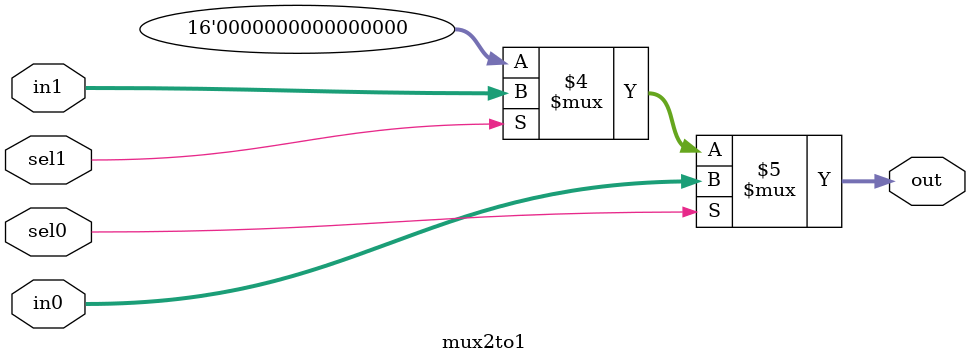
<source format=v>
module mux2to1 #(
    parameter N = 16
) (
    input sel0,
    input sel1,
    input [N-1:0] in0,
    input [N-1:0] in1,

    output [N-1:0] out
);

    assign out = (sel0 == 1'b1) ? in0 :
                 (sel1 == 1'b1) ? in1 :
                 {({N-1}){1'b0}};

endmodule
</source>
